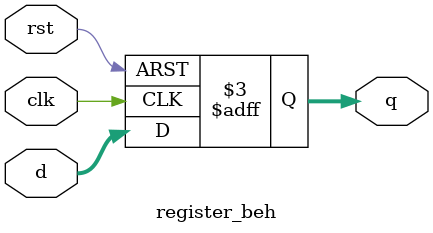
<source format=sv>
`timescale 1ns / 1ps


module register_beh (
    input clk,
    input [3:0] d,
    input rst,
    output logic [3:0] q
);


  always @(posedge clk, negedge rst) begin
    if (~rst) q <= 4'h0;
    else q <= d;
  end
endmodule

</source>
